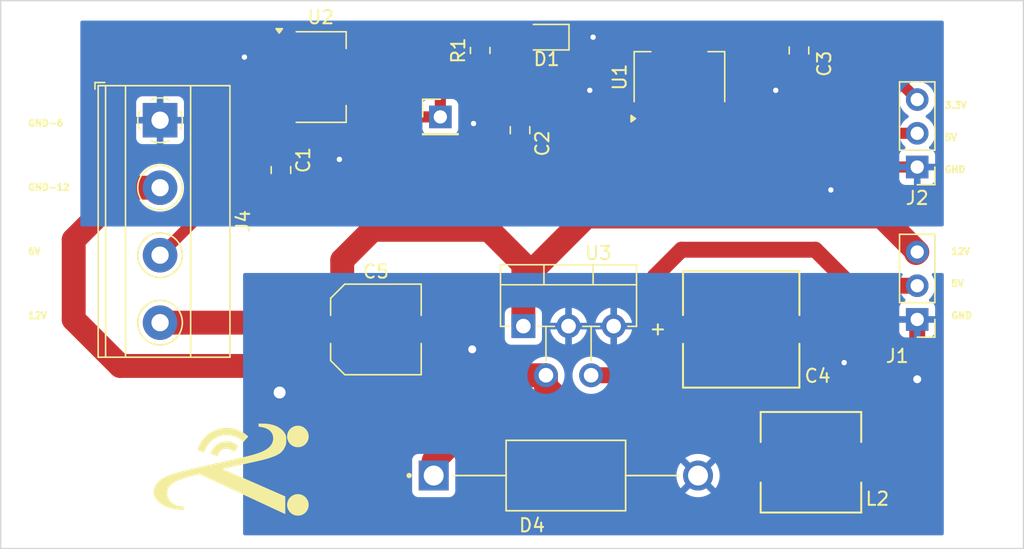
<source format=kicad_pcb>
(kicad_pcb (version 20240108) (generator "pcbnew") (generator_version "8.0")
  (layers (0 "F.Cu" signal) (31 "B.Cu" power) (34 "B.Paste" user) (35 "F.Paste" user) (36 "B.SilkS" user "B.Silkscreen") (37 "F.SilkS" user "F.Silkscreen") (38 "B.Mask" user) (39 "F.Mask" user) (44 "Edge.Cuts" user))
  (net 0 "")
  (net 1 "GND")
  (net 2 "+6V")
  (net 3 "+5V")
  (net 4 "+3.3V")
  (net 5 "/anet")
  (net 6 "Net-(D1-A)")
  (net 7 "+12V")
  (net 8 "GND3")
  (net 9 "Net-(U3-OUTPUT)")
  (footprint "footprints:lambda" (layer "F.Cu") (at 191 123 90)
    (property "Reference" "G***" (hide yes))
    (property "Value" "LOGO" (hide yes))
  )
  (footprint "Resistor_SMD:R_0805_2012Metric" (layer "F.Cu") (at 210.6 91.5 90)
    (property "Reference" "R1" (at 0 -1.65 90) (layer "F.SilkS"))
    (property "Value" "2k")
    (pad "1" smd roundrect (at -0.9125 0 90) (size 1.025 1.4) (layers "F.Cu" "F.Paste" "F.Mask") (roundrect_rratio 0.243902) (net 5 "/anet"))
    (pad "2" smd roundrect (at 0.9125 0 90) (size 1.025 1.4) (layers "F.Cu" "F.Paste" "F.Mask") (roundrect_rratio 0.243902) (net 6 "Net-(D1-A)"))
  )
  (footprint "Package_TO_SOT_SMD:SOT-223-3_TabPin2" (layer "F.Cu") (at 225.6 93.5 90)
    (property "Reference" "U1" (at 0 -4.5 90) (layer "F.SilkS"))
    (property "Value" "AMS1117-3.3" (hide yes))
    (pad "1" smd roundrect (at -3.15 -2.3 90) (size 2 1.5) (layers "F.Cu" "F.Paste" "F.Mask") (net 1 "GND"))
    (pad "2" smd roundrect (at -3.15 0 90) (size 2 1.5) (layers "F.Cu" "F.Paste" "F.Mask") (net 4 "+3.3V"))
    (pad "2" smd roundrect (at 3.15 0 90) (size 2 3.8) (layers "F.Cu" "F.Paste" "F.Mask") (net 4 "+3.3V"))
    (pad "3" smd roundrect (at -3.15 2.3 90) (size 2 1.5) (layers "F.Cu" "F.Paste" "F.Mask") (net 5 "/anet"))
  )
  (footprint "footprints:PCAP_8x10-ELECT_NCA" (layer "F.Cu") (at 230.25 112.5)
    (property "Reference" "C4" (at 5.75 3.5 0) (layer "F.SilkS"))
    (property "Value" "UWT1E331MNL1GS")
    (pad "1" smd rect (at -3.4036 0) (size 3.5052 1.4986) (layers "F.Cu" "F.Paste" "F.Mask") (net 3 "+5V"))
    (pad "2" smd rect (at 3.4036 0) (size 3.5052 1.4986) (layers "F.Cu" "F.Paste" "F.Mask") (net 8 "GND3"))
  )
  (footprint "footprints:DIOAD1990W125L900D530" (layer "F.Cu") (at 217.05 123.5)
    (property "Reference" "D4" (at -2.55 3.75 0) (layer "F.SilkS"))
    (property "Value" "1N5822")
    (pad "A" thru_hole circle (at 9.95 0) (size 2.25 2.25) (drill 1.5) (layers "*.Cu" "*.Mask") (net 8 "GND3"))
    (pad "C" thru_hole rect (at -9.95 0) (size 2.25 2.25) (drill 1.5) (layers "*.Cu" "*.Mask") (net 9 "Net-(U3-OUTPUT)"))
  )
  (footprint "Connector_PinHeader_2.54mm:PinHeader_1x03_P2.54mm_Vertical" (layer "F.Cu") (at 243.5 111.75 180)
    (property "Reference" "J1" (at 1.5 -2.75 0) (layer "F.SilkS"))
    (property "Value" "Conn_01x03_Pin" (hide yes))
    (pad "1" thru_hole rect (at 0 0 180) (size 1.7 1.7) (drill 1) (layers "*.Cu" "*.Mask") (net 8 "GND3"))
    (pad "2" thru_hole oval (at 0 2.54 180) (size 1.7 1.7) (drill 1) (layers "*.Cu" "*.Mask") (net 3 "+5V"))
    (pad "3" thru_hole oval (at 0 5.08 180) (size 1.7 1.7) (drill 1) (layers "*.Cu" "*.Mask") (net 7 "+12V"))
  )
  (footprint "Capacitor_SMD:C_0805_2012Metric" (layer "F.Cu") (at 213.6 97.5 -90)
    (property "Reference" "C2" (at 1 -1.68 90) (layer "F.SilkS"))
    (property "Value" "22uF")
    (pad "1" smd roundrect (at -0.95 0 270) (size 1 1.45) (layers "F.Cu" "F.Paste" "F.Mask") (net 5 "/anet"))
    (pad "2" smd roundrect (at 0.95 0 270) (size 1 1.45) (layers "F.Cu" "F.Paste" "F.Mask") (net 1 "GND"))
  )
  (footprint "MountingHole:MountingHole_2.2mm_M2" (layer "F.Cu") (at 177.5 126)
    (property "Reference" "H2" (hide yes))
    (property "Value" "MountingHole" (hide yes))
    (pad "" np_thru_hole circle (at 0 0) (size 2.2 2.2) (drill 2.2) (layers "*.Cu" "*.Mask"))
  )
  (footprint "MountingHole:MountingHole_2.2mm_M2" (layer "F.Cu") (at 177.5 90.75)
    (property "Reference" "H1" (hide yes))
    (property "Value" "MountingHole" (hide yes))
    (pad "" np_thru_hole circle (at 0 0) (size 2.2 2.2) (drill 2.2) (layers "*.Cu" "*.Mask"))
  )
  (footprint "Package_TO_SOT_SMD:SOT-223-3_TabPin2" (layer "F.Cu") (at 198.6 93.5)
    (property "Reference" "U2" (at 0 -4.5 0) (layer "F.SilkS"))
    (property "Value" "AMS1117-5.0" (hide yes))
    (pad "1" smd roundrect (at -3.15 -2.3) (size 2 1.5) (layers "F.Cu" "F.Paste" "F.Mask") (net 1 "GND"))
    (pad "2" smd roundrect (at -3.15 0) (size 2 1.5) (layers "F.Cu" "F.Paste" "F.Mask") (net 5 "/anet"))
    (pad "2" smd roundrect (at 3.15 0) (size 2 3.8) (layers "F.Cu" "F.Paste" "F.Mask") (net 5 "/anet"))
    (pad "3" smd roundrect (at -3.15 2.3) (size 2 1.5) (layers "F.Cu" "F.Paste" "F.Mask") (net 2 "+6V"))
  )
  (footprint "MountingHole:MountingHole_2.2mm_M2" (layer "F.Cu") (at 248.5 90.75)
    (property "Reference" "H3" (hide yes))
    (property "Value" "MountingHole" (hide yes))
    (pad "" np_thru_hole circle (at 0 0) (size 2.2 2.2) (drill 2.2) (layers "*.Cu" "*.Mask"))
  )
  (footprint "Connector_PinHeader_2.54mm:PinHeader_1x03_P2.54mm_Vertical" (layer "F.Cu") (at 243.5 100.275 180)
    (property "Reference" "J2" (at 0 -2.33 0) (layer "F.SilkS"))
    (property "Value" "Conn_01x03_Pin" (hide yes))
    (pad "1" thru_hole rect (at 0 0 180) (size 1.7 1.7) (drill 1) (layers "*.Cu" "*.Mask") (net 1 "GND"))
    (pad "2" thru_hole oval (at 0 2.54 180) (size 1.7 1.7) (drill 1) (layers "*.Cu" "*.Mask") (net 5 "/anet"))
    (pad "3" thru_hole oval (at 0 5.08 180) (size 1.7 1.7) (drill 1) (layers "*.Cu" "*.Mask") (net 4 "+3.3V"))
  )
  (footprint "MountingHole:MountingHole_2.2mm_M2" (layer "F.Cu") (at 248.5 126)
    (property "Reference" "H4" (hide yes))
    (property "Value" "MountingHole" (hide yes))
    (pad "" np_thru_hole circle (at 0 0) (size 2.2 2.2) (drill 2.2) (layers "*.Cu" "*.Mask"))
  )
  (footprint "Capacitor_SMD:C_0805_2012Metric" (layer "F.Cu") (at 234.6 91.5 -90)
    (property "Reference" "C3" (at 1 -1.9 90) (layer "F.SilkS"))
    (property "Value" "22uF")
    (pad "1" smd roundrect (at -0.95 0 270) (size 1 1.45) (layers "F.Cu" "F.Paste" "F.Mask") (net 4 "+3.3V"))
    (pad "2" smd roundrect (at 0.95 0 270) (size 1 1.45) (layers "F.Cu" "F.Paste" "F.Mask") (net 1 "GND"))
  )
  (footprint "TerminalBlock_Phoenix:TerminalBlock_Phoenix_MKDS-1,5-4-5.08_1x04_P5.08mm_Horizontal" (layer "F.Cu") (at 186.5 96.75 -90)
    (property "Reference" "J4" (at 7.62 -6.26 90) (layer "F.SilkS"))
    (property "Value" "Screw_Terminal_01x04" (hide yes))
    (pad "1" thru_hole rect (at 0 0 270) (size 2.6 2.6) (drill 1.3) (layers "*.Cu" "*.Mask") (net 1 "GND"))
    (pad "2" thru_hole circle (at 5.08 0 270) (size 2.6 2.6) (drill 1.3) (layers "*.Cu" "*.Mask") (net 8 "GND3"))
    (pad "3" thru_hole circle (at 10.16 0 270) (size 2.6 2.6) (drill 1.3) (layers "*.Cu" "*.Mask") (net 2 "+6V"))
    (pad "4" thru_hole circle (at 15.24 0 270) (size 2.6 2.6) (drill 1.3) (layers "*.Cu" "*.Mask") (net 7 "+12V"))
  )
  (footprint "footprints:IND_BOURNS_SRR7045" (layer "F.Cu") (at 235.5 122.5)
    (property "Reference" "L2" (at 5 2.75 0) (layer "F.SilkS"))
    (property "Value" "SRR7045-331M")
    (pad "1" smd rect (at -2.9972 0) (size 1.8034 2.3876) (layers "F.Cu" "F.Paste" "F.Mask") (net 9 "Net-(U3-OUTPUT)"))
    (pad "2" smd rect (at 2.9972 0) (size 1.8034 2.3876) (layers "F.Cu" "F.Paste" "F.Mask") (net 3 "+5V"))
  )
  (footprint "Connector_PinHeader_2.54mm:PinHeader_1x01_P2.54mm_Vertical" (layer "F.Cu") (at 207.6 96.5)
    (property "Reference" "J3" (hide yes))
    (property "Value" "Conn_01x01_Pin" (hide yes))
    (pad "1" thru_hole rect (at 0 0) (size 1.7 1.7) (drill 1) (layers "*.Cu" "*.Mask") (net 5 "/anet"))
  )
  (footprint "Capacitor_SMD:C_Elec_6.3x7.7" (layer "F.Cu") (at 202.75 112.5)
    (property "Reference" "C5" (at 0 -4.35 0) (layer "F.SilkS"))
    (property "Value" "100uF")
    (pad "1" smd roundrect (at -2.5375 0) (size 3.325 1.6) (layers "F.Cu" "F.Paste" "F.Mask") (roundrect_rratio 0.15625) (net 7 "+12V"))
    (pad "2" smd roundrect (at 2.5375 0) (size 3.325 1.6) (layers "F.Cu" "F.Paste" "F.Mask") (roundrect_rratio 0.15625) (net 8 "GND3"))
  )
  (footprint "Capacitor_SMD:C_0805_2012Metric" (layer "F.Cu") (at 195.6 100.5 -90)
    (property "Reference" "C1" (at -0.75 -1.68 90) (layer "F.SilkS"))
    (property "Value" "47uF")
    (pad "1" smd roundrect (at -0.95 0 270) (size 1 1.45) (layers "F.Cu" "F.Paste" "F.Mask") (net 2 "+6V"))
    (pad "2" smd roundrect (at 0.95 0 270) (size 1 1.45) (layers "F.Cu" "F.Paste" "F.Mask") (net 1 "GND"))
  )
  (footprint "LED_SMD:LED_0805_2012Metric" (layer "F.Cu") (at 215.6 90.5 180)
    (property "Reference" "D1" (at 0 -1.65 0) (layer "F.SilkS"))
    (property "Value" "LED")
    (pad "1" smd roundrect (at -0.9375 0 180) (size 0.975 1.4) (layers "F.Cu" "F.Paste" "F.Mask") (net 1 "GND"))
    (pad "2" smd roundrect (at 0.9375 0 180) (size 0.975 1.4) (layers "F.Cu" "F.Paste" "F.Mask") (net 6 "Net-(D1-A)"))
  )
  (footprint "Package_TO_SOT_THT:TO-220-5_P3.4x3.7mm_StaggerEven_Lead3.8mm_Vertical" (layer "F.Cu") (at 213.85 112.25)
    (property "Reference" "U3" (at 5.65 -5.5 0) (layer "F.SilkS"))
    (property "Value" "LM2576-5.0WT")
    (pad "1" thru_hole rect (at 0 0) (size 1.8 1.8) (drill 1.1) (layers "*.Cu" "*.Mask") (net 7 "+12V"))
    (pad "2" thru_hole oval (at 1.7 3.7) (size 1.8 1.8) (drill 1.1) (layers "*.Cu" "*.Mask") (net 9 "Net-(U3-OUTPUT)"))
    (pad "3" thru_hole oval (at 3.4 0) (size 1.8 1.8) (drill 1.1) (layers "*.Cu" "*.Mask") (net 8 "GND3"))
    (pad "4" thru_hole oval (at 5.1 3.7) (size 1.8 1.8) (drill 1.1) (layers "*.Cu" "*.Mask") (net 3 "+5V"))
    (pad "5" thru_hole oval (at 6.8 0) (size 1.8 1.8) (drill 1.1) (layers "*.Cu" "*.Mask") (net 8 "GND3"))
  )
  (gr_rect (start 174.5 87.75) (end 251.5 129) (stroke (width 0.1)) (fill none) (layer "Edge.Cuts"))
  (gr_text "12V\n\n\n5V\n\n\nGND" (at 246 111.75 0) (layer "F.SilkS") (effects (font (size 0.5 0.5) (thickness 0.125)) (justify left bottom)))
  (gr_text "GND-6\n\n\n\n\n\nGND-12\n\n\n\n\n\n6V\n\n\n\n\n\n12V" (at 176.5 111.75 0) (layer "F.SilkS") (effects (font (size 0.5 0.5) (thickness 0.125)) (justify left bottom)))
  (gr_text "3.3V\n\n\n5V\n\n\nGND" (at 245.5 100.75 0) (layer "F.SilkS") (effects (font (size 0.5 0.5) (thickness 0.125)) (justify left bottom)))
  (segment (start 211.55 98.45) (end 213.6 98.45) (width 0.8382) (layer "F.Cu") (net 1))
  (segment (start 234.6 92.45) (end 232.85 94.2) (width 0.8382) (layer "F.Cu") (net 1))
  (segment (start 198.25 101.45) (end 200 99.7) (width 0.8382) (layer "F.Cu") (net 1))
  (segment (start 210.1 97) (end 211.55 98.45) (width 0.8382) (layer "F.Cu") (net 1))
  (segment (start 193.65 91.2) (end 192.85 92) (width 0.8382) (layer "F.Cu") (net 1))
  (segment (start 195.6 101.45) (end 198.25 101.45) (width 0.8382) (layer "F.Cu") (net 1))
  (segment (start 232.85 94.2) (end 232.85 94.5) (width 0.8382) (layer "F.Cu") (net 1))
  (segment (start 238.725 100.275) (end 243.5 100.275) (width 0.8382) (layer "F.Cu") (net 1))
  (segment (start 221 96.65) (end 218.85 94.5) (width 0.8382) (layer "F.Cu") (net 1))
  (segment (start 195.45 91.2) (end 193.65 91.2) (width 0.8382) (layer "F.Cu") (net 1))
  (segment (start 216.5375 90.5) (end 219.1 90.5) (width 0.8382) (layer "F.Cu") (net 1))
  (segment (start 223.3 96.65) (end 221 96.65) (width 0.8382) (layer "F.Cu") (net 1))
  (segment (start 237 102) (end 238.725 100.275) (width 0.8382) (layer "F.Cu") (net 1))
  (via (at 210.1 97) (size 0.8) (drill 0.4) (layers "F.Cu" "B.Cu") (net 1))
  (via (at 219.1 90.5) (size 0.8) (drill 0.4) (layers "F.Cu" "B.Cu") (net 1))
  (via (at 192.85 92) (size 0.8) (drill 0.4) (layers "F.Cu" "B.Cu") (net 1))
  (via (at 200 99.7) (size 0.8) (drill 0.4) (layers "F.Cu" "B.Cu") (net 1))
  (via (at 237 102) (size 0.8) (drill 0.4) (layers "F.Cu" "B.Cu") (net 1))
  (via (at 218.85 94.5) (size 0.8) (drill 0.4) (layers "F.Cu" "B.Cu") (net 1))
  (via (at 232.85 94.5) (size 0.8) (drill 0.4) (layers "F.Cu" "B.Cu") (net 1))
  (segment (start 186.5 106.91) (end 193.86 99.55) (width 0.8382) (layer "F.Cu") (net 2))
  (segment (start 186.5 106.75) (end 186.5 106.91) (width 0.8382) (layer "F.Cu") (net 2))
  (segment (start 195.6 99.55) (end 195.6 95.95) (width 0.8382) (layer "F.Cu") (net 2))
  (segment (start 195.6 95.95) (end 195.45 95.8) (width 0.8382) (layer "F.Cu") (net 2))
  (segment (start 193.86 99.55) (end 195.6 99.55) (width 0.8382) (layer "F.Cu") (net 2))
  (segment (start 235.83 106.5) (end 238.54 109.21) (width 1.2) (layer "F.Cu") (net 3))
  (segment (start 238.4972 118.4972) (end 240.5 116.4944) (width 1.2) (layer "F.Cu") (net 3))
  (segment (start 225.75 106.5) (end 235.83 106.5) (width 1.2) (layer "F.Cu") (net 3))
  (segment (start 218.95 115.95) (end 221.8 115.95) (width 1.2) (layer "F.Cu") (net 3))
  (segment (start 221.8 115.95) (end 225.25 112.5) (width 1.2) (layer "F.Cu") (net 3))
  (segment (start 223.75 108.5) (end 225.75 106.5) (width 1.2) (layer "F.Cu") (net 3))
  (segment (start 238.54 109.21) (end 243.5 109.21) (width 1.2) (layer "F.Cu") (net 3))
  (segment (start 240.5 116.4944) (end 240.5 111.17) (width 1.2) (layer "F.Cu") (net 3))
  (segment (start 238.4972 122.5) (end 238.4972 118.4972) (width 1.2) (layer "F.Cu") (net 3))
  (segment (start 226.8464 112.5) (end 225.25 112.5) (width 1.2) (layer "F.Cu") (net 3))
  (segment (start 225.25 112.5) (end 223.75 111) (width 1.2) (layer "F.Cu") (net 3))
  (segment (start 223.75 111) (end 223.75 108.5) (width 1.2) (layer "F.Cu") (net 3))
  (segment (start 240.5 111.17) (end 238.54 109.21) (width 1.2) (layer "F.Cu") (net 3))
  (segment (start 225.25 112.5) (end 226.075 112.5) (width 1.2) (layer "F.Cu") (net 3))
  (segment (start 234.6 90.55) (end 238.855 90.55) (width 0.8382) (layer "F.Cu") (net 4))
  (segment (start 225.6 90.35) (end 225.75 90.5) (width 0.8382) (layer "F.Cu") (net 4))
  (segment (start 234.55 90.5) (end 234.6 90.55) (width 0.8382) (layer "F.Cu") (net 4))
  (segment (start 225.75 90.5) (end 234.55 90.5) (width 0.8382) (layer "F.Cu") (net 4))
  (segment (start 225.6 96.65) (end 225.6 90.35) (width 0.8382) (layer "F.Cu") (net 4))
  (segment (start 238.855 90.55) (end 243.5 95.195) (width 0.8382) (layer "F.Cu") (net 4))
  (segment (start 234.6 90.55) (end 234.65 90.5) (width 0.8382) (layer "F.Cu") (net 4))
  (segment (start 212.512 92.4125) (end 210.6 92.4125) (width 0.8382) (layer "F.Cu") (net 5))
  (segment (start 227.9 96.756) (end 227.9 96.65) (width 0.8382) (layer "F.Cu") (net 5))
  (segment (start 208.688 92.4125) (end 210.6 92.4125) (width 0.8382) (layer "F.Cu") (net 5))
  (segment (start 220.6 99.5) (end 225.156 99.5) (width 0.8382) (layer "F.Cu") (net 5))
  (segment (start 217.65 96.55) (end 220.6 99.5) (width 0.8382) (layer "F.Cu") (net 5))
  (segment (start 213.6 96.55) (end 217.65 96.55) (width 0.8382) (layer "F.Cu") (net 5))
  (segment (start 201.75 94.65) (end 203.6 96.5) (width 0.8382) (layer "F.Cu") (net 5))
  (segment (start 237.735 97.735) (end 243.5 97.735) (width 0.8382) (layer "F.Cu") (net 5))
  (segment (start 236.5 96.5) (end 237.735 97.735) (width 0.8382) (layer "F.Cu") (net 5))
  (segment (start 213.6 93.5) (end 212.512 92.4125) (width 0.8382) (layer "F.Cu") (net 5))
  (segment (start 225.156 99.5) (end 227.9 96.756) (width 0.8382) (layer "F.Cu") (net 5))
  (segment (start 213.6 96.55) (end 213.6 93.5) (width 0.8382) (layer "F.Cu") (net 5))
  (segment (start 207.6 93.5) (end 208.688 92.4125) (width 0.8382) (layer "F.Cu") (net 5))
  (segment (start 228.05 96.5) (end 236.5 96.5) (width 0.8382) (layer "F.Cu") (net 5))
  (segment (start 227.9 96.65) (end 228.05 96.5) (width 0.8382) (layer "F.Cu") (net 5))
  (segment (start 195.45 93.5) (end 201.75 93.5) (width 0.8382) (layer "F.Cu") (net 5))
  (segment (start 203.6 96.5) (end 207.6 96.5) (width 0.8382) (layer "F.Cu") (net 5))
  (segment (start 207.6 96.5) (end 207.6 93.5) (width 0.8382) (layer "F.Cu") (net 5))
  (segment (start 201.75 93.5) (end 201.75 94.65) (width 0.8382) (layer "F.Cu") (net 5))
  (segment (start 214.6625 90.5) (end 214.662 90.5) (width 0.832) (layer "F.Cu") (net 6))
  (segment (start 214.575 90.5875) (end 214.662 90.5) (width 0.8382) (layer "F.Cu") (net 6))
  (segment (start 210.6 90.5875) (end 214.575 90.5875) (width 0.8382) (layer "F.Cu") (net 6))
  (segment (start 186.5 111.99) (end 199.7025 111.99) (width 1.8) (layer "F.Cu") (net 7))
  (segment (start 213.85 108.75) (end 213.85 112.25) (width 1.8) (layer "F.Cu") (net 7))
  (segment (start 202.5 105) (end 211.25 105) (width 1.8) (layer "F.Cu") (net 7))
  (segment (start 213.85 108.75) (end 218.6 104) (width 1.8) (layer "F.Cu") (net 7))
  (segment (start 243.42 106.75) (end 243.5 106.67) (width 1.8) (layer "F.Cu") (net 7))
  (segment (start 200.2125 107.2875) (end 202.5 105) (width 1.8) (layer "F.Cu") (net 7))
  (segment (start 200.2125 112.5) (end 200.2125 107.2875) (width 1.8) (layer "F.Cu") (net 7))
  (segment (start 218.6 104) (end 240.83 104) (width 1.8) (layer "F.Cu") (net 7))
  (segment (start 240.83 104) (end 243.5 106.67) (width 1.8) (layer "F.Cu") (net 7))
  (segment (start 199.7025 111.99) (end 200.2125 112.5) (width 1.8) (layer "F.Cu") (net 7))
  (segment (start 213.85 107.6) (end 213.85 108.75) (width 1.8) (layer "F.Cu") (net 7))
  (segment (start 211.25 105) (end 213.85 107.6) (width 1.8) (layer "F.Cu") (net 7))
  (segment (start 207.75 112.5) (end 209.25 114) (width 1.2) (layer "F.Cu") (net 8))
  (segment (start 237.1569 115) (end 234.6569 112.5) (width 0.8382) (layer "F.Cu") (net 8))
  (segment (start 243.5 116.25) (end 243.5 111.75) (width 1.2) (layer "F.Cu") (net 8))
  (segment (start 180 105.75) (end 183.92 101.83) (width 1.8) (layer "F.Cu") (net 8))
  (segment (start 195.5 117.25) (end 193.5 115.25) (width 1.8) (layer "F.Cu") (net 8))
  (segment (start 209.25 114) (end 210 114) (width 1.2) (layer "F.Cu") (net 8))
  (segment (start 205.2875 112.5) (end 207.75 112.5) (width 1.2) (layer "F.Cu") (net 8))
  (segment (start 183.92 101.83) (end 186.5 101.83) (width 1.8) (layer "F.Cu") (net 8))
  (segment (start 238 115) (end 237.1569 115) (width 0.8382) (layer "F.Cu") (net 8))
  (segment (start 183.5 115.25) (end 180 111.75) (width 1.8) (layer "F.Cu") (net 8))
  (segment (start 234.6569 112.5) (end 233.6536 112.5) (width 0.8382) (layer "F.Cu") (net 8))
  (segment (start 180 111.75) (end 180 105.75) (width 1.8) (layer "F.Cu") (net 8))
  (segment (start 193.5 115.25) (end 183.5 115.25) (width 1.8) (layer "F.Cu") (net 8))
  (via (at 210 114) (size 1.2) (drill 0.6) (layers "F.Cu" "B.Cu") (net 8))
  (via (at 195.5 117.25) (size 1.8) (drill 0.9) (layers "F.Cu" "B.Cu") (net 8))
  (via (at 243.5 116.25) (size 1.2) (drill 0.6) (layers "F.Cu" "B.Cu") (net 8))
  (via (at 238 115) (size 0.8) (drill 0.4) (layers "F.Cu" "B.Cu") (net 8))
  (segment (start 228.7528 118.75) (end 232.5028 122.5) (width 1.8) (layer "F.Cu") (net 9))
  (segment (start 215.55 116.8) (end 217.5 118.75) (width 1.8) (layer "F.Cu") (net 9))
  (segment (start 215.55 115.95) (end 213.55 115.95) (width 1.8) (layer "F.Cu") (net 9))
  (segment (start 217.5 118.75) (end 228.7528 118.75) (width 1.8) (layer "F.Cu") (net 9))
  (segment (start 213.55 115.95) (end 207.1 122.4) (width 1.8) (layer "F.Cu") (net 9))
  (segment (start 207.1 122.4) (end 207.1 123.5) (width 1.8) (layer "F.Cu") (net 9))
  (segment (start 215.55 115.95) (end 215.55 116.8) (width 1.8) (layer "F.Cu") (net 9))
  (zone (net 1) (net_name "GND") (layer "B.Cu") (connect_pads (clearance 0.5)) (min_thickness 0.25) (fill yes (thermal_gap 0.5) (thermal_bridge_width 0.5))
    (polygon (pts (xy 245.5 89.25) (xy 180.5 89.25) (xy 180.5 104.75) (xy 245.5 104.75)))
  )
  (zone (net 8) (net_name "GND3") (layer "B.Cu") (priority 1) (connect_pads (clearance 0.5)) (min_thickness 0.25) (fill yes (thermal_gap 0.5) (thermal_bridge_width 0.5))
    (polygon (pts (xy 245.5 108.25) (xy 192.75 108.25) (xy 192.75 128) (xy 245.5 128)))
  )
)
</source>
